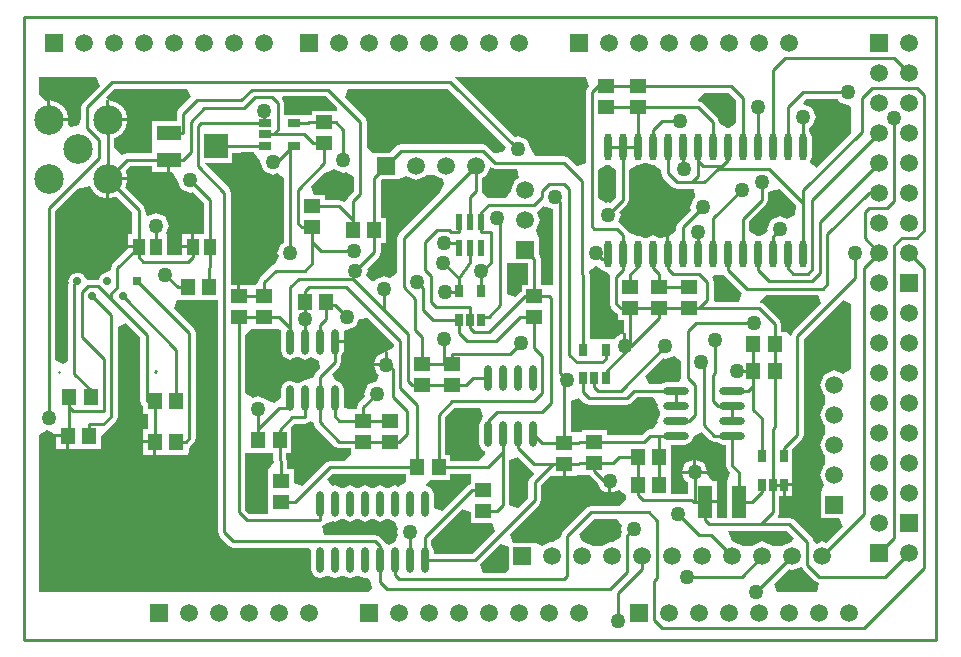
<source format=gtl>
%FSDAX24Y24*%
%MOIN*%
%SFA1B1*%

%IPPOS*%
%ADD10R,0.047200X0.055100*%
%ADD11R,0.055100X0.047200*%
%ADD12O,0.023600X0.090600*%
%ADD13R,0.025600X0.043300*%
%ADD14O,0.023600X0.086600*%
%ADD15R,0.043300X0.055100*%
%ADD16R,0.043300X0.025600*%
%ADD17R,0.078700X0.051200*%
%ADD18R,0.078700X0.078700*%
%ADD19O,0.086600X0.023600*%
%ADD20R,0.051200X0.106300*%
%ADD21R,0.021700X0.057100*%
%ADD22R,0.021700X0.057100*%
%ADD23C,0.010000*%
%ADD24R,0.059100X0.059100*%
%ADD25C,0.059100*%
%ADD26R,0.059100X0.059100*%
%ADD27C,0.098400*%
%ADD28R,0.027600X0.027600*%
%ADD29C,0.027600*%
%ADD30C,0.050000*%
%LNpcb_csn_v3_1-1*%
%LPD*%
G36*
X006454Y003580D02*
D01*
X006517Y003427*
X006807Y003137*
X006960Y003074*
X009491*
X009560Y002970*
Y002340*
X009624Y002186*
X009645Y002135*
X009850Y002050*
X009901Y002071*
X010055Y002135*
X010145*
X010350Y002050*
X010555Y002135*
X010645*
X010850Y002050*
X011055Y002135*
X011145*
X011350Y002050*
X011414Y002077*
X011517Y002008*
X011576Y001713*
X011500Y001600*
X000500*
Y006840*
X000749Y007006*
X000820Y006977*
X001059Y006817*
Y006850*
X001446*
Y006800*
X001496*
Y006374*
X002541*
Y006787*
X002781Y007027*
X003044Y007290*
X003107Y007443*
Y010431*
X003384Y010546*
X003859Y010072*
Y007950*
X003922Y007797*
X003959Y007781*
Y007524*
X004129*
Y007026*
X003959*
Y006650*
X004346*
Y006600*
X004396*
Y006174*
X005256*
X005441*
X005528Y006447*
X005653Y006572*
X005716Y006725*
Y010214*
X005653Y010367*
X004973Y011047*
X005088Y011324*
X006454*
Y003580*
G37*
G36*
X021114Y007834D02*
X021100Y007800D01*
X021185Y007595*
Y007505*
X021100Y007300*
X021114Y007266*
X020947Y007016*
X020860*
X020707Y006953*
X020575Y006821*
X019426*
Y006991*
X018574*
Y006941*
X018426*
X018253*
X018216Y006965*
Y007961*
X018494Y008076*
X018662Y007908*
X018815Y007845*
X020096*
X020249Y007908*
X020424Y008084*
X020947*
X021114Y007834*
G37*
G36*
X015297Y007463D02*
X015264Y007383D01*
X015245Y007375*
X015160Y007170*
Y006540*
X015224Y006386*
X015245Y006335*
X015338Y006297*
X015357Y006198*
X015167Y005966*
X014191*
Y006176*
X014021*
Y007415*
X014340Y007734*
X015185*
X015297Y007463*
G37*
G36*
X022847Y006647D02*
X023000Y006584D01*
X023102*
X023280Y006510*
X023378*
Y005806*
X023442Y005653*
X023536Y005559*
X023421Y005282*
X023415*
Y004076*
X023085*
Y004550*
X022679*
Y004650*
X023085*
Y005282*
X022915*
X022748Y005531*
X022752Y005540*
X021928*
X022034Y005284*
X022124Y005247*
Y004866*
X021541*
Y005576*
Y005674*
Y006510*
X022020*
X022225Y006595*
X022310Y006800*
X022582Y006912*
X022847Y006647*
G37*
G36*
X016847Y005693D02*
D01*
X016997Y005543*
X016857Y005403*
X016794Y005250*
Y004740*
X016444Y004390*
X016166Y004505*
Y005981*
X016444Y006096*
X016847Y005693*
G37*
G36*
X019050Y012457D02*
X019245Y012319D01*
X019450Y012234*
X019521Y012152*
X019504Y012110*
Y011201*
X019567Y011048*
X019722Y010893*
X019774Y010871*
Y010659*
X019984*
Y010222*
X020010Y010233*
X020060Y010212*
Y009800*
X019960*
Y010212*
X019704Y010106*
X019674Y010035*
X019652Y010039*
X019096*
X018904*
X018842*
Y012160*
X018816Y012223*
Y012301*
X019050Y012457*
G37*
G36*
X026558Y011212D02*
X025617Y010272D01*
X025554Y010119*
X025391Y010276*
X025221*
Y010541*
X025157Y010694*
X024653Y011199*
X024500Y011262*
Y011277*
X024712Y011489*
X026443*
X026558Y011212*
G37*
G36*
X008426Y010359D02*
D01*
X008538Y010313*
X008560Y010260*
Y009630*
X008624Y009476*
X008645Y009425*
X008850Y009340*
X008901Y009361*
X009055Y009425*
X009145*
X009350Y009340*
X009552Y009423*
X009817Y009282*
X009860Y009066*
X009697Y008903*
X009641Y008769*
X009364Y008654*
X009350Y008660*
X009145Y008575*
X009055*
X008901Y008639*
X008850Y008660*
X008645Y008575*
X008624Y008524*
X008560Y008370*
Y008073*
X008307Y007911*
X008102Y008006*
X007796Y008133*
X007616Y008059*
X007366Y008225*
Y010152*
X007574Y010359*
X008426*
G37*
G36*
X027550Y011200D02*
Y009024D01*
X027301Y008857*
X027000Y008982*
X026659Y008841*
X026518Y008500*
X026659Y008159*
X026681Y008150*
Y007850*
X026659Y007841*
X026518Y007500*
X026659Y007159*
X026681Y007150*
Y006850*
X026659Y006841*
X026518Y006500*
X026659Y006159*
X026681Y006150*
Y005850*
X026659Y005841*
X026518Y005500*
X026659Y005159*
X026555Y004945*
Y004932*
Y004055*
X027157*
X027271Y003778*
X026724Y003230*
X026600Y003282*
X026405Y003201*
X026316Y003260*
X026253Y003413*
X025653Y004013*
X025500Y004076*
X025112*
X025166Y004250*
Y004811*
X025274*
Y005178*
X025324*
Y005228*
X025602*
Y005544*
Y005756*
Y006362*
X025923Y006683*
X025986Y006836*
Y010029*
X027273Y011315*
X027550Y011200*
G37*
G36*
X021903Y009298D02*
Y008715D01*
X021819Y008590*
X021390*
X021212Y008516*
X020805*
X020690Y008794*
X021280Y009384*
X021370Y009347*
X021653Y009464*
X021903Y009298*
G37*
G36*
X018050Y005459D02*
X018426D01*
Y005509*
X018574*
X018836*
X018847Y005482*
X019128Y005201*
X019214Y004994*
X019470Y004888*
Y005300*
X019570*
Y004888*
X019810Y004987*
X020059Y004821*
Y004724*
Y004679*
X019847Y004466*
X018890*
X018737Y004403*
X017947Y003613*
X017884Y003460*
Y003435*
X017634Y003268*
X017600Y003282*
X017259Y003141*
X017045Y003245*
X017032*
X016303*
X016189Y003522*
X017163Y004497*
X017226Y004650*
Y005160*
X017540Y005474*
X017574Y005459*
X017950*
Y005846*
X018050*
Y005459*
G37*
G36*
X025650Y003404D02*
X025600Y003282D01*
X025555Y003263*
X025259Y003141*
X025250Y003119*
X024950*
X024941Y003141*
X024600Y003282*
X024259Y003141*
X024250Y003119*
X023950*
X023941Y003141*
X023600Y003282*
X023452Y003638*
X023455Y003644*
X025410*
X025650Y003404*
G37*
G36*
X019922Y003784D02*
X019887Y003700D01*
X019931Y003594*
X019884Y003480*
Y003435*
X019634Y003268*
X019600Y003282*
X019259Y003141*
X019250Y003119*
X018950*
X018941Y003141*
X018600Y003282*
X018491Y003545*
X018980Y004034*
X019755*
X019922Y003784*
G37*
G36*
X014874Y004246D02*
Y003909D01*
X015571*
X015686Y003632*
X014920Y002866*
X013640*
Y002970*
X013566Y003148*
Y003330*
X014597Y004361*
X014874Y004246*
G37*
G36*
X016155Y003097D02*
Y002449D01*
Y002355*
X016036Y002236*
X015295*
X015180Y002514*
X015878Y003211*
X016155Y003097*
G37*
G36*
X025947Y002347D02*
X026347Y001947D01*
X026474Y001894*
X026416Y001600*
X025098*
X024983Y001877*
X025476Y002370*
X025600Y002318*
X025906Y002445*
X025947Y002347*
G37*
G36*
X012709Y005324D02*
D01*
Y005271*
X012460Y005104*
X012350Y005150*
X012145Y005065*
X012055*
X011850Y005150*
X011645Y005065*
X011555*
X011350Y005150*
X011145Y005065*
X011055*
X010850Y005150*
X010645Y005065*
X010555*
X010350Y005150*
X010269Y005116*
X010102Y005366*
X010270Y005534*
X012709*
Y005324*
G37*
G36*
X009634Y007246D02*
D01*
X009697Y007093*
X010347Y006443*
X010500Y006379*
X010874*
Y006209*
Y006179*
X010662Y005966*
X010180*
X010027Y005903*
X009253Y005129*
X008976Y005244*
Y005691*
X008766*
Y005950*
X008721Y006060*
Y006224*
X008891*
Y007076*
X008889Y007079*
X009014Y007204*
X009350*
X009503Y007267*
X009515Y007295*
X009634Y007246*
G37*
G36*
X014874Y005391D02*
D01*
Y005196*
X014781Y005157*
X013917Y004294*
X013640Y004408*
Y004860*
X013555Y005065*
X013350Y005150*
X013524Y005324*
X014191*
Y005534*
X014874*
Y005391*
G37*
G36*
X012350Y003940D02*
D01*
X012454Y003689*
X012417Y003600*
X012454Y003511*
X012350Y003260*
X012145Y003175*
X012003Y003278*
X011838Y003443*
X011685Y003506*
X009974*
X009916Y003801*
X010003Y003837*
X010009Y003851*
X010286Y003966*
X010350Y003940*
X010555Y004025*
X010645*
X010850Y003940*
X011055Y004025*
X011145*
X011350Y003940*
X011555Y004025*
X011645*
X011850Y003940*
X012055Y004025*
X012145*
X012350Y003940*
G37*
G36*
X008288Y005996D02*
X008311Y005940D01*
X008144Y005691*
X008124*
Y004918*
Y004209*
X008121Y004206*
X007500*
X007366Y004340*
Y006224*
X007409*
X008288*
Y005996*
G37*
G36*
X012308Y009870D02*
Y009762D01*
X012070Y009603*
X012120Y009582*
Y009170*
X012070*
Y009120*
X011658*
X011764Y008864*
X011830Y008836*
X011750Y008643*
X011444Y008516*
X011317Y008210*
X011354Y008120*
X011147Y007913*
X011084Y007760*
Y007691*
X010874*
X010640Y007740*
Y008370*
X010555Y008575*
X010350Y008660*
X010267Y008861*
X010503Y009097*
X010566Y009250*
Y009452*
X010640Y009630*
Y009895*
X010350*
Y009995*
X010640*
Y010260*
X010727Y010347*
X010750Y010337*
X011056Y010464*
X011146Y010680*
X011440Y010738*
X012308Y009870*
G37*
G36*
X005550Y018096D02*
X005137Y017683D01*
X005074Y017530*
Y017309*
X004269*
Y016497*
Y016403*
Y016214*
X003416*
X003263Y016150*
X003001Y016412*
Y016723*
X003035Y016729*
X003247Y016871*
X003389Y017084*
X003429Y017284*
X002784*
Y017334*
X002734*
Y017979*
X002784Y017989*
X002733Y018085*
X003022Y018374*
X005435*
X005550Y018096*
G37*
G36*
X013709Y015459D02*
X013950Y015359D01*
X013982Y015201*
X013866Y014923*
X012487Y013543*
X012424Y013390*
Y012220*
X012174Y012053*
X012000Y012125*
X011694Y011998*
X011680Y011964*
X011591Y011946*
X011401Y012178*
X011443Y012280*
X011406Y012370*
X011807Y012771*
X011871Y012924*
Y013224*
X012041*
Y014076*
X011871*
Y015315*
X011911Y015355*
X012495*
Y015371*
X012709Y015459*
X013050Y015318*
X013391Y015459*
X013400Y015481*
X013700*
X013709Y015459*
G37*
G36*
X023734Y017980D02*
Y017219D01*
X023484Y017052*
X023450Y017066*
X023416Y017052*
X023166Y017219*
Y017260*
X023103Y017413*
X022617Y017899*
X022464Y017962*
Y018026*
X022676Y018238*
X023476*
X023734Y017980*
G37*
G36*
X010324Y015684D02*
D01*
X010630Y015557*
X010732Y015599*
X010981Y015433*
Y014963*
X010793Y014774*
X010774Y014728*
X010653Y014607*
X010500Y014671*
X010026*
Y014841*
X009659*
X009544Y015118*
X009959Y015533*
X010324Y015684*
G37*
G36*
X015527Y015747D02*
X015680Y015684D01*
X016418*
X016476Y015389*
X016359Y015341*
X016218Y015000*
X016232Y014966*
X016065Y014716*
X015474*
X015464Y014712*
X015252Y014924*
X015266Y014960*
Y015408*
X015391Y015459*
X015508Y015743*
X015527Y015747*
G37*
G36*
X016044Y016440D02*
X016007Y016350D01*
X015950Y016264*
X015651Y016235*
X015433Y016453*
X015280Y016516*
X012550*
X012397Y016453*
X012189Y016245*
X011605*
X011414Y016436*
Y017272*
X011351Y017425*
X010680Y018096*
X010795Y018374*
X014110*
X016044Y016440*
G37*
G36*
X020950Y015816D02*
X020984Y015831D01*
X021234Y015664*
Y015559*
X021297Y015406*
X021597Y015106*
X021750Y015042*
X022308*
X022366Y014748*
X022314Y014726*
X022187Y014420*
X022224Y014330*
X021797Y013903*
X021734Y013750*
Y013636*
X021484Y013469*
X021500Y013463*
Y012859*
X021400*
Y013463*
X021245Y013399*
X021155*
X020950Y013484*
X020745Y013399*
X020655*
X020450Y013484*
X020413Y013468*
X020136Y013583*
X020103Y013663*
X019903Y013863*
X019772Y013917*
X019873Y014160*
X019836Y014250*
X020103Y014517*
X020166Y014670*
Y015664*
X020416Y015831*
X020450Y015816*
X020655Y015901*
X020745*
X020950Y015816*
G37*
G36*
X018837Y018473D02*
X018767Y018403D01*
X018704Y018250*
Y015895*
X018426Y015780*
X018153Y016053*
X018000Y016116*
X017029*
X016873Y016350*
X016746Y016656*
X016440Y016783*
X016350Y016746*
X014353Y018743*
X014354Y018750*
X018722*
X018837Y018473*
G37*
G36*
X004863Y015591D02*
X004921D01*
X005088Y015342*
X005087Y015340*
X005214Y015034*
X005520Y014907*
X005610Y014944*
X005979Y014575*
Y013526*
X005655*
Y013100*
X005605*
Y013050*
X005238*
Y012827*
X004762*
Y013526*
X004730Y013573*
X004828Y013810*
X004701Y014116*
X004395Y014243*
X004089Y014116*
X004021Y014345*
X003958Y014498*
X003370Y015086*
X003389Y015115*
X003429Y015316*
X002834*
Y014721*
X003035Y014761*
X003064Y014780*
X003588Y014256*
Y013526*
X003438*
Y013150*
X003805*
Y013050*
X003438*
Y013040*
X002949Y012550*
X002885Y012397*
Y012343*
X002764Y012262*
X002544Y012170*
X002481Y012018*
X002449Y012004*
X002112*
X002041Y012034*
X002001Y012130*
X001984Y012170*
X001970Y012176*
X001963Y012179*
X001764Y012262*
X001724Y012245*
X001544Y012170*
X001453Y011950*
X001471Y011906*
X001448Y011850*
Y009289*
X001301Y009191*
X001036Y009333*
Y014301*
X001768Y015033*
X002179Y015115*
X002321Y014903*
X002534Y014761*
X002734Y014721*
Y015366*
X002784*
Y015416*
X003429*
X003389Y015616*
X003370Y015645*
X003505Y015781*
X004269*
Y015591*
X004763*
Y015997*
X004863*
Y015591*
G37*
G36*
X027154Y017944D02*
X027460Y017817D01*
X027550Y017757*
Y016886*
X026409Y015745*
X026159Y015912*
X026176Y015952*
X026240Y016107*
Y016776*
X026166Y016954*
Y017077*
X026256Y017114*
X026383Y017420*
X026256Y017726*
X025950Y017853*
X026040Y018034*
X027117*
X027154Y017944*
G37*
G36*
X010426Y017738D02*
Y017641D01*
X010361*
X009574*
Y017502*
X009339*
X008666*
Y017890*
X008603Y018043*
X008636Y018124*
X010040*
X010426Y017738*
G37*
G36*
X016784Y011841D02*
X016574D01*
Y011621*
X016541Y011607*
X016364Y011430*
X016086Y011545*
Y012555*
X016255*
X016784*
Y011841*
G37*
G36*
X007661Y016198D02*
X007688D01*
X007855Y015949*
X007847Y015930*
X007974Y015624*
X008280Y015497*
X008404Y015548*
X008654Y015382*
Y013223*
X008564Y013186*
X008437Y012880*
X008473Y012793*
X008358Y012516*
X008232Y012463*
X007847Y012078*
X007784Y011925*
X007699Y011841*
X007576*
X007200*
Y011454*
X007100*
Y011841*
X006886*
Y014910*
X006823Y015063*
X006006Y015880*
Y015906*
X006931*
Y016234*
X007190*
X007253Y016259*
X007661*
Y016198*
G37*
G36*
X017394Y014444D02*
D01*
X017624Y014349*
Y011841*
X017426*
X017216*
Y012700*
X017153Y012853*
X017145Y012861*
Y013445*
X017129*
X017041Y013659*
X017182Y014000*
X017084Y014236*
X017275Y014468*
X017394Y014444*
G37*
G36*
X023931Y011553D02*
X023811Y011262D01*
X023022*
X022986Y011316*
Y011930*
X022923Y012083*
X023011Y012172*
X023311Y012173*
X023931Y011553*
G37*
G36*
X002509Y018473D02*
X001939Y017903D01*
X001876Y017750*
Y017385*
X001833Y017170*
X001546Y017083*
X001441Y017188*
X001461Y017284*
X000816*
Y017334*
X000766*
Y017979*
X000732Y017972*
X000500Y018163*
Y018750*
X002394*
X002509Y018473*
G37*
G36*
X025734Y014487D02*
X025674Y014178D01*
X025410Y014036*
X025200Y014123*
X024894Y013996*
X024767Y013690*
X024786Y013644*
X024662Y013520*
X024511Y013458*
X024450Y013484*
X024416Y013469*
X024166Y013636*
Y013950*
X024733Y014517*
X024796Y014670*
Y014917*
X024886Y014954*
X024894Y014973*
X025188Y015032*
X025734Y014487*
G37*
G36*
X019450Y015816D02*
X019484Y015831D01*
X019734Y015664*
Y014760*
X019530Y014556*
X019440Y014593*
X019386Y014571*
X019136Y014737*
Y015676*
X019386Y015843*
X019450Y015816*
G37*
%LNpcb_csn_v3_1-2*%
%LPC*%
G36*
X000866Y017979D02*
Y017384D01*
X001461*
X001421Y017585*
X001279Y017797*
X001066Y017939*
X000866Y017979*
G37*
G36*
X002834D02*
Y017384D01*
X003429*
X003389Y017585*
X003247Y017797*
X003035Y017939*
X002834Y017979*
G37*
G36*
X001396Y006750D02*
X001059D01*
Y006374*
X001396*
Y006750*
G37*
G36*
X005555Y013526D02*
X005238D01*
Y013150*
X005555*
Y013526*
G37*
G36*
X012020Y009582D02*
X011764Y009476D01*
X011658Y009220*
X012020*
Y009582*
G37*
G36*
X004296Y006550D02*
X003959D01*
Y006174*
X004296*
Y006550*
G37*
G36*
X025602Y005128D02*
X025374D01*
Y004811*
X025602*
Y005128*
G37*
G36*
X022290Y006002D02*
X022034Y005896D01*
X021928Y005640*
X022290*
Y006002*
G37*
G36*
X022390D02*
Y005640D01*
X022752*
X022646Y005896*
X022390Y006002*
G37*
%LNpcb_csn_v3_1-3*%
%LPD*%
G54D10*
X013096Y005750D03*
X013804D03*
X010054Y011250D03*
X009346D03*
X004346Y007950D03*
X005054D03*
X004346Y006600D03*
X005054D03*
X001496Y008100D03*
X002204D03*
X001446Y006800D03*
X002154D03*
X008504Y006650D03*
X007796D03*
X011654Y013650D03*
X010946D03*
X020446Y006100D03*
X021154D03*
X025004Y009850D03*
X024296D03*
Y008950D03*
X025004D03*
X021154Y005150D03*
X020446D03*
X005446Y011750D03*
X006154D03*
G54D11*
X019400Y017746D03*
Y018454D03*
X020450D03*
Y017746D03*
X022150Y011046D03*
Y011754D03*
X020200D03*
Y011046D03*
X021150Y011754D03*
Y011046D03*
X018000Y006554D03*
Y005846D03*
X013250Y008496D03*
Y009204D03*
X014250D03*
Y008496D03*
X008550Y004596D03*
Y005304D03*
X017000Y010746D03*
Y011454D03*
X015300Y004296D03*
Y005004D03*
X010000Y017254D03*
Y016546D03*
X011300Y007304D03*
Y006596D03*
X009600Y013746D03*
Y014454D03*
X012200Y007304D03*
Y006596D03*
X007150Y011454D03*
Y010746D03*
X008000Y011454D03*
Y010746D03*
X019000Y005896D03*
Y006604D03*
G54D12*
X025950Y016441D03*
X025450D03*
X024950D03*
X024450D03*
X023950D03*
X023450D03*
X022950D03*
X022450D03*
X021950D03*
X021450D03*
X020950D03*
X020450D03*
X019950D03*
X019450D03*
X025950Y012859D03*
X025450D03*
X024950D03*
X024450D03*
X023950D03*
X023450D03*
X022950D03*
X022450D03*
X021950D03*
X021450D03*
X020950D03*
X020450D03*
X019950D03*
X019450D03*
G54D13*
X014476Y011622D03*
X015224D03*
Y010678D03*
X014850D03*
X014476D03*
X024576Y005178D03*
X024950D03*
X025324D03*
Y006122D03*
X024576D03*
X018626Y008728D03*
X019000D03*
X019374D03*
Y009672D03*
X018626D03*
G54D14*
X013350Y004545D03*
X012850D03*
X012350D03*
X011850D03*
X011350D03*
X010850D03*
X010350D03*
X009850D03*
X013350Y002655D03*
X012850D03*
X012350D03*
X011850D03*
X011350D03*
X010850D03*
X010350D03*
X009850D03*
X015450Y006855D03*
X015950D03*
X016450D03*
X016950D03*
X015450Y008745D03*
X015950D03*
X016450D03*
X016950D03*
X008850Y008055D03*
X009350D03*
X009850D03*
X010350D03*
X008850Y009945D03*
X009350D03*
X009850D03*
X010350D03*
G54D15*
X006195Y013100D03*
X005605D03*
X004395D03*
X003805D03*
G54D16*
X008972Y017224D03*
Y016476D03*
X008028D03*
Y016850D03*
Y017224D03*
G54D17*
X004813Y015997D03*
Y016903D03*
G54D18*
X006387Y016450D03*
G54D19*
X023595Y006800D03*
Y007300D03*
Y007800D03*
Y008300D03*
X021705Y006800D03*
Y007300D03*
Y007800D03*
Y008300D03*
G54D20*
X022679Y004600D03*
X023821D03*
G54D21*
X014476Y013077D03*
G54D22*
X014850Y013077D03*
X015224D03*
Y013923D03*
X014850D03*
X014476D03*
G54D23*
X015450Y005750D02*
X015950Y006250D01*
Y004496D02*
Y006250D01*
X013980Y013220D02*
X014476D01*
X019240Y012700D02*
X019450D01*
X024296Y008471D02*
Y008950D01*
Y007670D02*
Y008471D01*
X024125Y008300D02*
X024296Y008471D01*
X014020Y011590D02*
X014476D01*
X012000Y010984D02*
Y011692D01*
X010947Y012038D02*
X012000Y010984D01*
X012774Y010210*
X008500Y010746D02*
X008850Y010396D01*
Y011750*
X018000Y008570D02*
X018090Y008660D01*
X021154Y006800D02*
X021705D01*
X020860D02*
X021154D01*
Y006100D02*
Y006800D01*
X018000Y008570D02*
Y008750D01*
Y006554D02*
Y008570D01*
X024816Y015710D02*
X025950Y014576D01*
Y014980*
X022450Y015955D02*
X022625Y015780D01*
X022450Y015955D02*
Y016441D01*
Y015459D02*
Y015955D01*
X022250Y015259D02*
X022450Y015459D01*
X022250Y015259D02*
X022653D01*
X022500Y011046D02*
X022770Y011316D01*
X022500Y011046D02*
X024500D01*
X020200Y009800D02*
X020231D01*
X020010D02*
X020200D01*
Y011046*
Y009750D02*
Y009800D01*
X019374Y008924D02*
X020200Y009750D01*
X015224Y010770D02*
X015480D01*
X022340Y004600D02*
Y005590D01*
X022300Y004600D02*
X022340D01*
X024560Y003860D02*
X024950Y004250D01*
X024560Y003860D02*
X025500D01*
X017000Y005846D02*
X017606D01*
X017010Y005250D02*
X017606Y005846D01*
X008300Y016850D02*
X009330D01*
X008300D02*
X008450Y017000D01*
X009600Y013250D02*
X009880Y012970D01*
X009600Y013250D02*
Y013746D01*
Y012570D02*
Y013250D01*
X014000Y009204D02*
Y010030D01*
X013750Y009204D02*
X014000D01*
X013250D02*
X013750D01*
X013350Y002650D02*
X015010D01*
X002449Y011788D02*
X002875Y011361D01*
X004075Y010161*
X002875Y011361D02*
Y011527D01*
X004075Y007950D02*
Y010161D01*
X001496Y007749D02*
X001625Y007620D01*
X001496Y006800D02*
Y007749D01*
X014227Y013600D02*
X014476D01*
X010054Y011170D02*
X010350D01*
X010054Y010694D02*
Y011170D01*
X008000Y017224D02*
X008028D01*
X005880D02*
X008000D01*
Y017640*
X010946Y014009D02*
Y014621D01*
Y013650D02*
Y014009D01*
X010500Y014454D02*
X010946Y014009D01*
X008870Y016374D02*
Y016476D01*
Y012880D02*
Y016374D01*
X008972Y016476*
X008426Y015930D02*
X008870Y016374D01*
X008500Y007740D02*
X008850D01*
X007796Y007036D02*
X008500Y007740D01*
X007796Y007036D02*
Y007700D01*
X014476Y010224D02*
Y010678D01*
Y010224D02*
X014750Y009950D01*
X015708*
X016504Y010746*
X017000*
X013804Y005750D02*
Y007504D01*
X014250Y007950*
X017000*
X017270Y008220*
Y009465*
X017000Y009735D02*
X017270Y009465D01*
X017000Y009735D02*
Y010746D01*
X015750Y004296D02*
X015950Y004496D01*
X015300Y004296D02*
X015750D01*
X023000Y006800D02*
X023595D01*
X022640Y007160D02*
X023000Y006800D01*
X022640Y007160D02*
Y009200D01*
X022570Y009270D02*
X022640Y009200D01*
X019901Y008311D02*
X021370Y009780D01*
X019125Y008311D02*
X019901D01*
X019000Y008436D02*
X019125Y008311D01*
X019000Y008436D02*
Y008728D01*
X002252Y011450D02*
X002891Y010812D01*
Y007443D02*
Y010812D01*
X002628Y007180D02*
X002891Y007443D01*
X002154Y007180D02*
X002628D01*
X002154Y006800D02*
Y007180D01*
X019440Y014160D02*
X019950Y014670D01*
Y016441*
X012904Y008496D02*
X013250D01*
X012774Y008625D02*
Y010210D01*
X009138Y012038D02*
X010947D01*
X008850Y011750D02*
X009138Y012038D01*
X011654Y012924D02*
Y013650D01*
X011010Y012280D02*
X011654Y012924D01*
Y013650D02*
Y015404D01*
X012050Y015800*
X012774Y008625D02*
X012904Y008496D01*
X014476Y012064D02*
X014850Y012590D01*
Y013077*
X013970Y012570D02*
X014476Y012064D01*
Y011622D02*
Y012064D01*
X005520Y015340D02*
X006195Y014665D01*
Y013100D02*
Y014665D01*
X017840Y008910D02*
X018000Y008750D01*
X017840Y008910D02*
Y014610D01*
X017700Y014750D02*
X017840Y014610D01*
X003416Y015997D02*
X004813D01*
X002784Y015366D02*
X003416Y015997D01*
X009340Y012310D02*
X009600Y012570D01*
X008385Y012310D02*
X009340D01*
X008000Y011925D02*
X008385Y012310D01*
X008000Y011454D02*
Y011925D01*
X002875Y011527D02*
X003102Y011754D01*
Y012397*
X003805Y013100*
X001496Y007749D02*
Y008100D01*
X001625Y007620D02*
X002641D01*
Y009359*
X001915Y010085D02*
X002641Y009359D01*
X001915Y010085D02*
Y011590D01*
X002112Y011788*
X002449*
X004075Y007950D02*
X004346D01*
X013350Y002655D02*
Y003420D01*
X014934Y005004*
X015300*
X017606Y005846D02*
X018000D01*
X017010Y004650D02*
Y005250D01*
X015010Y002650D02*
X017010Y004650D01*
X013350Y002650D02*
Y002655D01*
X021150Y010719D02*
Y011046D01*
X020231Y009800D02*
X021150Y010719D01*
X019000Y005635D02*
Y005896D01*
Y005635D02*
X019335Y005300D01*
X019520*
X014000Y009204D02*
X014250D01*
X021950Y013750D02*
X022620Y014420D01*
X021950Y012859D02*
Y013750D01*
X022950Y012859D02*
Y014050D01*
X023910Y015010*
X023950Y012859D02*
Y014040D01*
X024580Y014670*
Y015260*
X004395Y013100D02*
Y013810D01*
X011850Y002655D02*
Y003125D01*
X011685Y003290D02*
X011850Y003125D01*
X006960Y003290D02*
X011685D01*
X006670Y003580D02*
X006960Y003290D01*
X006670Y003580D02*
Y014910D01*
X005790Y015790D02*
X006670Y014910D01*
X005790Y015790D02*
Y017134D01*
X005880Y017224*
X011850Y001930D02*
Y002655D01*
Y001930D02*
X012100Y001680D01*
X019530*
X020100Y002250*
Y003480*
X020320Y003700*
X012350Y002170D02*
Y002655D01*
Y002170D02*
X012500Y002020D01*
X017990*
X018100Y002130*
Y003460*
X018890Y004250*
X020820*
X021100Y003970*
Y002050D02*
Y003970D01*
X021000Y001950D02*
X021100Y002050D01*
X021000Y000650D02*
Y001950D01*
Y000650D02*
X021250Y000400D01*
X028000*
X030000Y002400*
Y012400*
X029500Y012900D02*
X030000Y012400D01*
X025324Y006122D02*
Y006390D01*
X025770Y006836*
Y010119*
X027700Y012049*
Y012900*
X014200Y018590D02*
X016440Y016350D01*
X002932Y018590D02*
X014200D01*
X002092Y017750D02*
X002932Y018590D01*
X002092Y017048D02*
Y017750D01*
Y017048D02*
X002492Y016648D01*
Y016063D02*
Y016648D01*
X000820Y014391D02*
X002492Y016063D01*
X000820Y007410D02*
Y014391D01*
X019800Y000620D02*
Y001570D01*
X020600Y002370*
Y002800*
X022900Y003500D02*
X023600Y002800D01*
X022500Y003500D02*
X022900D01*
X021800Y004200D02*
X022500Y003500D01*
X024400Y001600D02*
X025600Y002800D01*
X008870Y016476D02*
X008972D01*
X012850Y002655D02*
Y003600D01*
X015224Y011622D02*
Y012286D01*
X015540Y012546*
Y013580*
X015224D02*
X015540D01*
X015224D02*
Y013923D01*
X008550Y004596D02*
X009026D01*
X010180Y005750*
X013096*
X009346Y011250D02*
Y011625D01*
X009471Y011750*
X010734*
X012524Y009960*
Y008383D02*
Y009960D01*
Y008383D02*
X013096Y007812D01*
Y005750D02*
Y007812D01*
X014850Y010678D02*
Y011100D01*
X013704D02*
X014850D01*
X013554Y011250D02*
X013704Y011100D01*
X013554Y011250D02*
Y012119D01*
X013354Y012319D02*
X013554Y012119D01*
X013354Y012319D02*
Y013274D01*
X013750Y013670*
X014157*
X014227Y013600*
X014476D02*
Y013923D01*
X013250Y009204D02*
Y010086D01*
X013018Y010318D02*
X013250Y010086D01*
X013018Y010318D02*
Y011372D01*
X012640Y011750D02*
X013018Y011372D01*
X012640Y011750D02*
Y013390D01*
X015050Y015800*
X013622Y010678D02*
X014476D01*
X013300Y011000D02*
X013622Y010678D01*
X013300Y011000D02*
Y011730D01*
X013090Y011940D02*
X013300Y011730D01*
X014476Y013077D02*
Y013220D01*
X009850Y010490D02*
X010054Y010694D01*
X009850Y009945D02*
Y010490D01*
X022450Y012859D02*
Y013600D01*
X017000Y011454D02*
Y012700D01*
X016700Y013000D02*
X017000Y012700D01*
X019374Y008728D02*
Y008924D01*
X009880Y012970D02*
X010990D01*
X025950Y014980D02*
X027910Y016940D01*
Y018060*
X028250Y018400*
X029750*
X030000Y018150*
Y013650D02*
Y018150D01*
X029750Y013400D02*
X030000Y013650D01*
X029250Y013400D02*
X029750D01*
X029000Y013150D02*
X029250Y013400D01*
X029000Y003400D02*
Y013150D01*
X028500Y002900D02*
X029000Y003400D01*
X011300Y007760D02*
X011750Y008210D01*
X011300Y007304D02*
Y007760D01*
X016694Y011454D02*
X017000D01*
X015500Y010260D02*
X016694Y011454D01*
X015000Y010260D02*
X015500D01*
X014850Y010410D02*
X015000Y010260D01*
X014850Y010410D02*
Y010678D01*
X019450Y012700D02*
Y012859D01*
X019050Y012890D02*
X019240Y012700D01*
X015224Y013923D02*
Y014250D01*
X015474Y014500*
X017000*
X017250Y014750*
Y014950*
X017500Y015200*
X018000*
X018160Y015040*
Y009500D02*
Y015040D01*
Y009500D02*
X018410Y009250D01*
X019249*
X019374Y009375*
Y009672*
X015224Y010678D02*
Y010770D01*
X015480D02*
X015870Y011160D01*
Y013920*
X015740Y014050D02*
X015870Y013920D01*
X023125Y007800D02*
X023595D01*
X022960Y007965D02*
X023125Y007800D01*
X022960Y007965D02*
Y008820D01*
X023020Y008880*
Y010000*
X010054Y011170D02*
Y011250D01*
X010350Y011170D02*
X010750Y010770D01*
X012050Y015800D02*
X012550Y016300D01*
X015280*
X015680Y015900*
X018000*
X018600Y015300*
Y012186D02*
Y015300D01*
Y012186D02*
X018626Y012160D01*
Y009672D02*
Y012160D01*
X023760Y008950D02*
X024296D01*
X021705Y007300D02*
X022140D01*
X022340Y007500*
Y008494*
X022119Y008715D02*
X022340Y008494D01*
X022119Y008715D02*
Y010279D01*
X022390Y010550*
X024320*
X008280Y015930D02*
X008426D01*
X019950Y012859D02*
Y013510D01*
X019750Y013710D02*
X019950Y013510D01*
X018990Y013710D02*
X019750D01*
X018920Y013780D02*
X018990Y013710D01*
X018920Y013780D02*
Y018250D01*
X019124Y018454*
X019400*
X009346Y010694D02*
Y011250D01*
Y010694D02*
X009350Y010690D01*
Y009945D02*
Y010690D01*
X008850Y009945D02*
Y010396D01*
X008000Y010746D02*
X008500D01*
X007150Y004250D02*
Y010746D01*
Y004250D02*
X007410Y003990D01*
X009850*
Y004545*
X001446Y006800D02*
X001496D01*
X014250Y009204D02*
Y009540D01*
X016180*
X016550Y009910*
X015050Y014960D02*
Y015800D01*
X014850Y014760D02*
X015050Y014960D01*
X014850Y013923D02*
Y014760D01*
X017000Y011454D02*
X017480D01*
X017540Y011394*
Y007900D02*
Y011394D01*
X017250Y007610D02*
X017540Y007900D01*
X015750Y007610D02*
X017250D01*
X015450Y007310D02*
X015750Y007610D01*
X015450Y006855D02*
Y007310D01*
X004813Y016903D02*
X005290D01*
Y017530*
X005750Y017990*
X007222*
X007572Y018340*
X010130*
X011198Y017272*
Y014873D02*
Y017272D01*
X010946Y014621D02*
X011198Y014873D01*
X010000Y017254D02*
X010376D01*
X010630Y017000*
Y015990D02*
Y017000D01*
X004813Y015997D02*
X005287D01*
X005540Y016250*
Y017270*
X006000Y017730*
X007316*
X007676Y018090*
X008250*
X008450Y017890*
Y017000D02*
Y017890D01*
X008028Y016850D02*
X008300D01*
X018626Y008250D02*
Y008728D01*
Y008250D02*
X018815Y008061D01*
X020096*
X020334Y008300*
X021705*
X010350Y009250D02*
Y009945D01*
X009850Y008750D02*
X010350Y009250D01*
X009850Y008055D02*
Y008750D01*
X005605Y012750D02*
Y013100D01*
X005465Y012610D02*
X005605Y012750D01*
X003945Y012610D02*
X005465D01*
X003805Y012750D02*
X003945Y012610D01*
X003805Y012750D02*
Y013100D01*
X005110Y011750D02*
X005446D01*
X004700Y012160D02*
X005110Y011750D01*
X020950Y016441D02*
Y017000D01*
X021240Y017290*
X021860*
X023450Y012340D02*
Y012859D01*
Y012340D02*
X024084Y011706D01*
X026625*
X026768Y011849*
Y013518*
X028150Y014900*
X028500*
X025950Y012859D02*
Y014576D01*
X023105Y015710D02*
X024816D01*
X022653Y015259D02*
X023105Y015710D01*
X021450Y015559D02*
Y016441D01*
X023450Y015980D02*
Y016441D01*
X023250Y015780D02*
X023450Y015980D01*
X022625Y015780D02*
X023250D01*
X021450Y015559D02*
X021750Y015259D01*
X022250*
X021950Y015760D02*
Y016441D01*
Y015760D02*
X022000Y015710D01*
X029000Y014645D02*
Y017400D01*
X028750Y014395D02*
X029000Y014645D01*
X028150Y014395D02*
X028750D01*
X028005Y014250D02*
X028150Y014395D01*
X028005Y013395D02*
Y014250D01*
Y013395D02*
X028500Y012900D01*
X020450Y018454D02*
X023566D01*
X023950Y018070*
Y016441D02*
Y018070D01*
X024450Y016441D02*
Y017760D01*
X024950Y016441D02*
Y018980D01*
X025370Y019400*
X029000*
X029500Y018900*
X025950Y016441D02*
Y017420D01*
Y018250D02*
X027460D01*
X025450Y017750D02*
X025950Y018250D01*
X025450Y016441D02*
Y017750D01*
Y012386D02*
Y012859D01*
Y012386D02*
X025630Y012206D01*
X026125*
X026268Y012349*
Y014668*
X028500Y016900*
X024950Y013440D02*
X025200Y013690D01*
X024950Y012859D02*
Y013440D01*
X024450Y012340D02*
Y012859D01*
Y012340D02*
X024834Y011956D01*
X026250*
X026518Y012224*
Y013918*
X028500Y015900*
X012070Y009170D02*
X012125D01*
X012274Y009021*
Y008101D02*
Y009021D01*
Y008101D02*
X012750Y007625D01*
Y006846D02*
Y007625D01*
X012500Y006596D02*
X012750Y006846D01*
X012200Y006596D02*
X012500D01*
X024500Y011046D02*
X025004Y010541D01*
Y009850D02*
Y010541D01*
X014476Y011590D02*
Y011622D01*
X015950Y006250D02*
Y006855D01*
X013804Y005750D02*
X015450D01*
X023910Y002110D02*
X024600Y002800D01*
X022100Y002110D02*
X023910D01*
X022340Y004600D02*
X022679D01*
X022250Y004650D02*
X022300Y004600D01*
X020625Y004650D02*
X022250D01*
X020446Y004829D02*
X020625Y004650D01*
X020446Y004829D02*
Y005150D01*
X022679Y004000D02*
Y004600D01*
Y004000D02*
X022819Y003860D01*
X025500D02*
X026100Y003260D01*
Y002500D02*
Y003260D01*
Y002500D02*
X026500Y002100D01*
X028700*
X029500Y002900*
X019000Y006604D02*
X020664D01*
X020860Y006800*
X005054Y007950D02*
Y009672D01*
X003276Y011450D02*
X005054Y009672D01*
X021450Y012375D02*
Y012859D01*
Y012375D02*
X021625Y012200D01*
X022500*
X022770Y011930*
Y011316D02*
Y011930D01*
X022150Y011046D02*
X022500D01*
X020450Y017746D02*
X022464D01*
X022950Y017260*
Y016441D02*
Y017260D01*
X010350Y007454D02*
Y008055D01*
Y007454D02*
X010500Y007304D01*
X011300*
X009850Y007246D02*
Y008055D01*
Y007246D02*
X010500Y006596D01*
X011300*
X023595Y008300D02*
X024125D01*
X023821Y004600D02*
X024250D01*
X024576Y004926*
Y005178*
X009350Y007420D02*
Y008055D01*
X008924Y007420D02*
X009350D01*
X008504Y007000D02*
X008924Y007420D01*
X008504Y006650D02*
Y007000D01*
X008850Y007740D02*
Y008055D01*
X007796Y006650D02*
Y007036D01*
X009249Y013746D02*
X009600D01*
X009120Y013875D02*
X009249Y013746D01*
X009120Y013875D02*
Y015000D01*
X010000Y015880*
Y016546*
X017251Y006554D02*
X018000D01*
X016950Y006855D02*
X017251Y006554D01*
X016450Y006396D02*
Y006855D01*
Y006396D02*
X017000Y005846D01*
X009600Y014454D02*
X010500D01*
X003805Y013100D02*
Y014345D01*
X002784Y015366D02*
X003805Y014345D01*
X024950Y004250D02*
Y005178D01*
X022819Y003860D02*
X024560D01*
X005054Y006600D02*
X005375D01*
X005500Y006725*
Y010214*
X003764Y011950D02*
X005500Y010214D01*
X028000Y012400D02*
X028500Y012900D01*
X028000Y004200D02*
Y012400D01*
X026600Y002800D02*
X028000Y004200D01*
X019875Y011046D02*
X020200D01*
X019720Y011201D02*
X019875Y011046D01*
X019720Y011201D02*
Y012110D01*
X019950Y012340*
Y012859*
X002204Y008100D02*
Y008334D01*
X001665Y008874D02*
X002204Y008334D01*
X001665Y008874D02*
Y011850D01*
X001764Y011950*
X021705Y007800D02*
Y008300D01*
X023595Y007300D02*
Y007800D01*
Y005806D02*
Y006800D01*
Y005806D02*
X023821Y005580D01*
Y004600D02*
Y005580D01*
X019920Y017746D02*
X020450D01*
X019920D02*
D01*
X019400D02*
X019920D01*
X020450Y016441D02*
Y017746D01*
X019450Y016441D02*
X019950D01*
X020450*
X024296Y009390D02*
Y009850D01*
Y009390D02*
D01*
Y008950D02*
Y009390D01*
Y007670D02*
X024576Y007390D01*
Y006122D02*
Y007390D01*
X007570Y010746D02*
X008000D01*
X007570D02*
D01*
X007150D02*
X007570D01*
X009500Y017254D02*
X010000D01*
X009470Y017224D02*
X009500Y017254D01*
X008972Y017224D02*
X009470D01*
X014969Y008745D02*
X015450D01*
X014720Y008496D02*
X014969Y008745D01*
X014250Y008496D02*
X014720D01*
X013740D02*
X014250D01*
X013740D02*
D01*
X013250D02*
X013740D01*
X006195Y012441D02*
Y013100D01*
X006154Y012400D02*
X006195Y012441D01*
X006154Y011750D02*
Y012400D01*
X011300Y007304D02*
X012200D01*
X021154Y005150D02*
Y006100D01*
X018520Y006604D02*
X019000D01*
X018470Y006554D02*
X018520Y006604D01*
X018000Y006554D02*
X018470D01*
X002784Y015366D02*
Y017334D01*
X007570Y011454D02*
X008000D01*
X007570D02*
D01*
X007150D02*
X007570D01*
X004346Y006600D02*
Y007950D01*
X009634Y016546D02*
X010000D01*
X009330Y016850D02*
X009634Y016546D01*
X019400Y018454D02*
X020450D01*
X021640Y011046D02*
X022150D01*
X021640D02*
D01*
X021150D02*
X021640D01*
X020200D02*
X021150D01*
X025004Y008950D02*
Y009850D01*
Y007084D02*
Y008950D01*
X024950Y007030D02*
X025004Y007084D01*
X024950Y005178D02*
Y007030D01*
Y005178D02*
X025324D01*
X020446Y005620D02*
Y006100D01*
Y005620D02*
D01*
Y005150D02*
Y005620D01*
X019824Y006100D02*
X020446D01*
X019620Y005896D02*
X019824Y006100D01*
X019000Y005896D02*
X019620D01*
X018520D02*
X019000D01*
X018470Y005846D02*
X018520Y005896D01*
X018000Y005846D02*
X018470D01*
X011740Y006596D02*
X012200D01*
X011740D02*
D01*
X011300D02*
X011740D01*
X020450Y012430D02*
Y012859D01*
X020200Y012180D02*
X020450Y012430D01*
X020200Y011754D02*
Y012180D01*
X020950Y012400D02*
Y012859D01*
Y012400D02*
X021150Y012200D01*
Y011754D02*
Y012200D01*
X021640Y011754D02*
X022150D01*
X021640D02*
D01*
X021150D02*
X021640D01*
X008504Y005996D02*
Y006650D01*
Y005996D02*
X008550Y005950D01*
Y005304D02*
Y005950D01*
X007216Y016476D02*
X008028D01*
X007190Y016450D02*
X007216Y016476D01*
X006387Y016450D02*
X007190D01*
X001150Y008926D02*
X001160Y008917D01*
X004369D02*
X004398Y008946D01*
X030400Y000000D02*
Y020750D01*
X000000D02*
X030400D01*
X000000Y000000D02*
X030400D01*
X000000D02*
Y020750D01*
G54D24*
X011500Y000900D03*
X028500Y002900D03*
X016600Y002800D03*
X028500Y019900D03*
X009500D03*
X020500Y000900D03*
X012050Y015800D03*
X001000Y019900D03*
X018500D03*
X004500Y000900D03*
G54D25*
X012500Y000900D03*
X013500D03*
X014500D03*
X015500D03*
X016500D03*
X017500D03*
X018500D03*
X029500Y002900D03*
X026600Y002800D03*
X025600D03*
X024600D03*
X023600D03*
X022600D03*
X021600D03*
X020600D03*
X019600D03*
X018600D03*
X017600D03*
X029500Y019900D03*
X010500D03*
X011500D03*
X012500D03*
X013500D03*
X014500D03*
X015500D03*
X016500D03*
X021500Y000900D03*
X022500D03*
X023500D03*
X024500D03*
X025500D03*
X026500D03*
X027500D03*
X028500Y003900D03*
X029500Y004900D03*
X028500D03*
X029500Y005900D03*
X028500D03*
X029500Y006900D03*
X028500D03*
X029500Y007900D03*
X028500D03*
X029500Y008900D03*
X028500D03*
X029500Y009900D03*
X028500D03*
X029500Y010900D03*
X028500D03*
X015050Y015800D03*
X014050D03*
X013050D03*
X002000Y019900D03*
X003000D03*
X004000D03*
X005000D03*
X006000D03*
X007000D03*
X008000D03*
X019500D03*
X020500D03*
X021500D03*
X022500D03*
X023500D03*
X024500D03*
X025500D03*
X005500Y000900D03*
X006500D03*
X007500D03*
X008500D03*
X009500D03*
X028500Y011900D03*
X029500Y012900D03*
X028500D03*
X029500Y013900D03*
X028500D03*
X029500Y014900D03*
X028500D03*
X029500Y015900D03*
X028500D03*
X029500Y016900D03*
X028500D03*
X029500Y017900D03*
X028500D03*
X029500Y018900D03*
X028500D03*
X016700Y015000D03*
Y014000D03*
X027000Y005500D03*
Y006500D03*
Y007500D03*
Y008500D03*
G54D26*
X029500Y003900D03*
Y011900D03*
X016700Y013000D03*
X027000Y004500D03*
G54D27*
X000816Y017334D03*
X002784D03*
Y015366D03*
X000816D03*
X001800Y016350D03*
G54D28*
X003764Y011950D03*
G54D29*
X002252Y011450D03*
X003276D03*
X001764Y011950D03*
X002764D03*
G54D30*
X022570Y009270D03*
X021370Y009780D03*
X019440Y014160D03*
X011010Y012280D03*
X012000Y011692D03*
X013970Y012570D03*
X005520Y015340D03*
X017700Y014750D03*
X020010Y009800D03*
X019520Y005300D03*
X014000Y010030D03*
X022620Y014420D03*
X023910Y015010D03*
X024580Y015260D03*
X004395Y013810D03*
X020320Y003700D03*
X027700Y012900D03*
X016440Y016350D03*
X000820Y007410D03*
X019800Y000620D03*
X021800Y004200D03*
X024400Y001600D03*
X007796Y007700D03*
X008870Y012880D03*
X015224Y012286D03*
X012850Y003600D03*
X013090Y011940D03*
X013980Y013220D03*
X022450Y013600D03*
X010990Y012970D03*
X011750Y008210D03*
X009350Y010690D03*
X019050Y012890D03*
X015740Y014050D03*
X023020Y010000D03*
X010750Y010770D03*
X023760Y008950D03*
X024320Y010550D03*
X008280Y015930D03*
X018090Y008660D03*
X016550Y009910D03*
X010630Y015990D03*
X008000Y017640D03*
X004700Y012160D03*
X021860Y017290D03*
X022000Y015710D03*
X029000Y017400D03*
X024450Y017760D03*
X025950Y017420D03*
X027460Y018250D03*
X025200Y013690D03*
X012070Y009170D03*
X014020Y011590D03*
X022100Y002110D03*
X022340Y005590D03*
M02*
</source>
